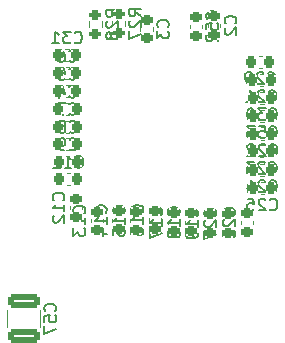
<source format=gbr>
%TF.GenerationSoftware,KiCad,Pcbnew,9.0.4*%
%TF.CreationDate,2025-09-18T12:22:58-07:00*%
%TF.ProjectId,periph_ethernet_switch,70657269-7068-45f6-9574-6865726e6574,rev?*%
%TF.SameCoordinates,Original*%
%TF.FileFunction,Legend,Bot*%
%TF.FilePolarity,Positive*%
%FSLAX46Y46*%
G04 Gerber Fmt 4.6, Leading zero omitted, Abs format (unit mm)*
G04 Created by KiCad (PCBNEW 9.0.4) date 2025-09-18 12:22:58*
%MOMM*%
%LPD*%
G01*
G04 APERTURE LIST*
G04 Aperture macros list*
%AMRoundRect*
0 Rectangle with rounded corners*
0 $1 Rounding radius*
0 $2 $3 $4 $5 $6 $7 $8 $9 X,Y pos of 4 corners*
0 Add a 4 corners polygon primitive as box body*
4,1,4,$2,$3,$4,$5,$6,$7,$8,$9,$2,$3,0*
0 Add four circle primitives for the rounded corners*
1,1,$1+$1,$2,$3*
1,1,$1+$1,$4,$5*
1,1,$1+$1,$6,$7*
1,1,$1+$1,$8,$9*
0 Add four rect primitives between the rounded corners*
20,1,$1+$1,$2,$3,$4,$5,0*
20,1,$1+$1,$4,$5,$6,$7,0*
20,1,$1+$1,$6,$7,$8,$9,0*
20,1,$1+$1,$8,$9,$2,$3,0*%
G04 Aperture macros list end*
%ADD10C,0.150000*%
%ADD11C,0.120000*%
%ADD12C,3.251200*%
%ADD13RoundRect,0.102000X0.762000X0.762000X-0.762000X0.762000X-0.762000X-0.762000X0.762000X-0.762000X0*%
%ADD14C,1.728000*%
%ADD15C,1.918500*%
%ADD16C,2.566200*%
%ADD17R,1.400000X1.400000*%
%ADD18C,1.400000*%
%ADD19R,1.700000X1.700000*%
%ADD20C,1.700000*%
%ADD21C,6.000000*%
%ADD22C,0.610000*%
%ADD23RoundRect,0.225000X0.225000X0.250000X-0.225000X0.250000X-0.225000X-0.250000X0.225000X-0.250000X0*%
%ADD24RoundRect,0.200000X0.275000X-0.200000X0.275000X0.200000X-0.275000X0.200000X-0.275000X-0.200000X0*%
%ADD25RoundRect,0.225000X-0.225000X-0.250000X0.225000X-0.250000X0.225000X0.250000X-0.225000X0.250000X0*%
%ADD26RoundRect,0.225000X-0.250000X0.225000X-0.250000X-0.225000X0.250000X-0.225000X0.250000X0.225000X0*%
%ADD27RoundRect,0.225000X0.250000X-0.225000X0.250000X0.225000X-0.250000X0.225000X-0.250000X-0.225000X0*%
%ADD28RoundRect,0.250000X1.100000X-0.325000X1.100000X0.325000X-1.100000X0.325000X-1.100000X-0.325000X0*%
G04 APERTURE END LIST*
D10*
X151617857Y-88359580D02*
X151665476Y-88407200D01*
X151665476Y-88407200D02*
X151808333Y-88454819D01*
X151808333Y-88454819D02*
X151903571Y-88454819D01*
X151903571Y-88454819D02*
X152046428Y-88407200D01*
X152046428Y-88407200D02*
X152141666Y-88311961D01*
X152141666Y-88311961D02*
X152189285Y-88216723D01*
X152189285Y-88216723D02*
X152236904Y-88026247D01*
X152236904Y-88026247D02*
X152236904Y-87883390D01*
X152236904Y-87883390D02*
X152189285Y-87692914D01*
X152189285Y-87692914D02*
X152141666Y-87597676D01*
X152141666Y-87597676D02*
X152046428Y-87502438D01*
X152046428Y-87502438D02*
X151903571Y-87454819D01*
X151903571Y-87454819D02*
X151808333Y-87454819D01*
X151808333Y-87454819D02*
X151665476Y-87502438D01*
X151665476Y-87502438D02*
X151617857Y-87550057D01*
X151284523Y-87454819D02*
X150665476Y-87454819D01*
X150665476Y-87454819D02*
X150998809Y-87835771D01*
X150998809Y-87835771D02*
X150855952Y-87835771D01*
X150855952Y-87835771D02*
X150760714Y-87883390D01*
X150760714Y-87883390D02*
X150713095Y-87931009D01*
X150713095Y-87931009D02*
X150665476Y-88026247D01*
X150665476Y-88026247D02*
X150665476Y-88264342D01*
X150665476Y-88264342D02*
X150713095Y-88359580D01*
X150713095Y-88359580D02*
X150760714Y-88407200D01*
X150760714Y-88407200D02*
X150855952Y-88454819D01*
X150855952Y-88454819D02*
X151141666Y-88454819D01*
X151141666Y-88454819D02*
X151236904Y-88407200D01*
X151236904Y-88407200D02*
X151284523Y-88359580D01*
X149713095Y-88454819D02*
X150284523Y-88454819D01*
X149998809Y-88454819D02*
X149998809Y-87454819D01*
X149998809Y-87454819D02*
X150094047Y-87597676D01*
X150094047Y-87597676D02*
X150189285Y-87692914D01*
X150189285Y-87692914D02*
X150284523Y-87740533D01*
X155274819Y-86187142D02*
X154798628Y-85853809D01*
X155274819Y-85615714D02*
X154274819Y-85615714D01*
X154274819Y-85615714D02*
X154274819Y-85996666D01*
X154274819Y-85996666D02*
X154322438Y-86091904D01*
X154322438Y-86091904D02*
X154370057Y-86139523D01*
X154370057Y-86139523D02*
X154465295Y-86187142D01*
X154465295Y-86187142D02*
X154608152Y-86187142D01*
X154608152Y-86187142D02*
X154703390Y-86139523D01*
X154703390Y-86139523D02*
X154751009Y-86091904D01*
X154751009Y-86091904D02*
X154798628Y-85996666D01*
X154798628Y-85996666D02*
X154798628Y-85615714D01*
X154370057Y-86568095D02*
X154322438Y-86615714D01*
X154322438Y-86615714D02*
X154274819Y-86710952D01*
X154274819Y-86710952D02*
X154274819Y-86949047D01*
X154274819Y-86949047D02*
X154322438Y-87044285D01*
X154322438Y-87044285D02*
X154370057Y-87091904D01*
X154370057Y-87091904D02*
X154465295Y-87139523D01*
X154465295Y-87139523D02*
X154560533Y-87139523D01*
X154560533Y-87139523D02*
X154703390Y-87091904D01*
X154703390Y-87091904D02*
X155274819Y-86520476D01*
X155274819Y-86520476D02*
X155274819Y-87139523D01*
X154703390Y-87710952D02*
X154655771Y-87615714D01*
X154655771Y-87615714D02*
X154608152Y-87568095D01*
X154608152Y-87568095D02*
X154512914Y-87520476D01*
X154512914Y-87520476D02*
X154465295Y-87520476D01*
X154465295Y-87520476D02*
X154370057Y-87568095D01*
X154370057Y-87568095D02*
X154322438Y-87615714D01*
X154322438Y-87615714D02*
X154274819Y-87710952D01*
X154274819Y-87710952D02*
X154274819Y-87901428D01*
X154274819Y-87901428D02*
X154322438Y-87996666D01*
X154322438Y-87996666D02*
X154370057Y-88044285D01*
X154370057Y-88044285D02*
X154465295Y-88091904D01*
X154465295Y-88091904D02*
X154512914Y-88091904D01*
X154512914Y-88091904D02*
X154608152Y-88044285D01*
X154608152Y-88044285D02*
X154655771Y-87996666D01*
X154655771Y-87996666D02*
X154703390Y-87901428D01*
X154703390Y-87901428D02*
X154703390Y-87710952D01*
X154703390Y-87710952D02*
X154751009Y-87615714D01*
X154751009Y-87615714D02*
X154798628Y-87568095D01*
X154798628Y-87568095D02*
X154893866Y-87520476D01*
X154893866Y-87520476D02*
X155084342Y-87520476D01*
X155084342Y-87520476D02*
X155179580Y-87568095D01*
X155179580Y-87568095D02*
X155227200Y-87615714D01*
X155227200Y-87615714D02*
X155274819Y-87710952D01*
X155274819Y-87710952D02*
X155274819Y-87901428D01*
X155274819Y-87901428D02*
X155227200Y-87996666D01*
X155227200Y-87996666D02*
X155179580Y-88044285D01*
X155179580Y-88044285D02*
X155084342Y-88091904D01*
X155084342Y-88091904D02*
X154893866Y-88091904D01*
X154893866Y-88091904D02*
X154798628Y-88044285D01*
X154798628Y-88044285D02*
X154751009Y-87996666D01*
X154751009Y-87996666D02*
X154703390Y-87901428D01*
X151171666Y-91449580D02*
X151219285Y-91497200D01*
X151219285Y-91497200D02*
X151362142Y-91544819D01*
X151362142Y-91544819D02*
X151457380Y-91544819D01*
X151457380Y-91544819D02*
X151600237Y-91497200D01*
X151600237Y-91497200D02*
X151695475Y-91401961D01*
X151695475Y-91401961D02*
X151743094Y-91306723D01*
X151743094Y-91306723D02*
X151790713Y-91116247D01*
X151790713Y-91116247D02*
X151790713Y-90973390D01*
X151790713Y-90973390D02*
X151743094Y-90782914D01*
X151743094Y-90782914D02*
X151695475Y-90687676D01*
X151695475Y-90687676D02*
X151600237Y-90592438D01*
X151600237Y-90592438D02*
X151457380Y-90544819D01*
X151457380Y-90544819D02*
X151362142Y-90544819D01*
X151362142Y-90544819D02*
X151219285Y-90592438D01*
X151219285Y-90592438D02*
X151171666Y-90640057D01*
X150266904Y-90544819D02*
X150743094Y-90544819D01*
X150743094Y-90544819D02*
X150790713Y-91021009D01*
X150790713Y-91021009D02*
X150743094Y-90973390D01*
X150743094Y-90973390D02*
X150647856Y-90925771D01*
X150647856Y-90925771D02*
X150409761Y-90925771D01*
X150409761Y-90925771D02*
X150314523Y-90973390D01*
X150314523Y-90973390D02*
X150266904Y-91021009D01*
X150266904Y-91021009D02*
X150219285Y-91116247D01*
X150219285Y-91116247D02*
X150219285Y-91354342D01*
X150219285Y-91354342D02*
X150266904Y-91449580D01*
X150266904Y-91449580D02*
X150314523Y-91497200D01*
X150314523Y-91497200D02*
X150409761Y-91544819D01*
X150409761Y-91544819D02*
X150647856Y-91544819D01*
X150647856Y-91544819D02*
X150743094Y-91497200D01*
X150743094Y-91497200D02*
X150790713Y-91449580D01*
X167982857Y-91789580D02*
X168030476Y-91837200D01*
X168030476Y-91837200D02*
X168173333Y-91884819D01*
X168173333Y-91884819D02*
X168268571Y-91884819D01*
X168268571Y-91884819D02*
X168411428Y-91837200D01*
X168411428Y-91837200D02*
X168506666Y-91741961D01*
X168506666Y-91741961D02*
X168554285Y-91646723D01*
X168554285Y-91646723D02*
X168601904Y-91456247D01*
X168601904Y-91456247D02*
X168601904Y-91313390D01*
X168601904Y-91313390D02*
X168554285Y-91122914D01*
X168554285Y-91122914D02*
X168506666Y-91027676D01*
X168506666Y-91027676D02*
X168411428Y-90932438D01*
X168411428Y-90932438D02*
X168268571Y-90884819D01*
X168268571Y-90884819D02*
X168173333Y-90884819D01*
X168173333Y-90884819D02*
X168030476Y-90932438D01*
X168030476Y-90932438D02*
X167982857Y-90980057D01*
X167601904Y-90980057D02*
X167554285Y-90932438D01*
X167554285Y-90932438D02*
X167459047Y-90884819D01*
X167459047Y-90884819D02*
X167220952Y-90884819D01*
X167220952Y-90884819D02*
X167125714Y-90932438D01*
X167125714Y-90932438D02*
X167078095Y-90980057D01*
X167078095Y-90980057D02*
X167030476Y-91075295D01*
X167030476Y-91075295D02*
X167030476Y-91170533D01*
X167030476Y-91170533D02*
X167078095Y-91313390D01*
X167078095Y-91313390D02*
X167649523Y-91884819D01*
X167649523Y-91884819D02*
X167030476Y-91884819D01*
X166554285Y-91884819D02*
X166363809Y-91884819D01*
X166363809Y-91884819D02*
X166268571Y-91837200D01*
X166268571Y-91837200D02*
X166220952Y-91789580D01*
X166220952Y-91789580D02*
X166125714Y-91646723D01*
X166125714Y-91646723D02*
X166078095Y-91456247D01*
X166078095Y-91456247D02*
X166078095Y-91075295D01*
X166078095Y-91075295D02*
X166125714Y-90980057D01*
X166125714Y-90980057D02*
X166173333Y-90932438D01*
X166173333Y-90932438D02*
X166268571Y-90884819D01*
X166268571Y-90884819D02*
X166459047Y-90884819D01*
X166459047Y-90884819D02*
X166554285Y-90932438D01*
X166554285Y-90932438D02*
X166601904Y-90980057D01*
X166601904Y-90980057D02*
X166649523Y-91075295D01*
X166649523Y-91075295D02*
X166649523Y-91313390D01*
X166649523Y-91313390D02*
X166601904Y-91408628D01*
X166601904Y-91408628D02*
X166554285Y-91456247D01*
X166554285Y-91456247D02*
X166459047Y-91503866D01*
X166459047Y-91503866D02*
X166268571Y-91503866D01*
X166268571Y-91503866D02*
X166173333Y-91456247D01*
X166173333Y-91456247D02*
X166125714Y-91408628D01*
X166125714Y-91408628D02*
X166078095Y-91313390D01*
X157224819Y-86137142D02*
X156748628Y-85803809D01*
X157224819Y-85565714D02*
X156224819Y-85565714D01*
X156224819Y-85565714D02*
X156224819Y-85946666D01*
X156224819Y-85946666D02*
X156272438Y-86041904D01*
X156272438Y-86041904D02*
X156320057Y-86089523D01*
X156320057Y-86089523D02*
X156415295Y-86137142D01*
X156415295Y-86137142D02*
X156558152Y-86137142D01*
X156558152Y-86137142D02*
X156653390Y-86089523D01*
X156653390Y-86089523D02*
X156701009Y-86041904D01*
X156701009Y-86041904D02*
X156748628Y-85946666D01*
X156748628Y-85946666D02*
X156748628Y-85565714D01*
X156320057Y-86518095D02*
X156272438Y-86565714D01*
X156272438Y-86565714D02*
X156224819Y-86660952D01*
X156224819Y-86660952D02*
X156224819Y-86899047D01*
X156224819Y-86899047D02*
X156272438Y-86994285D01*
X156272438Y-86994285D02*
X156320057Y-87041904D01*
X156320057Y-87041904D02*
X156415295Y-87089523D01*
X156415295Y-87089523D02*
X156510533Y-87089523D01*
X156510533Y-87089523D02*
X156653390Y-87041904D01*
X156653390Y-87041904D02*
X157224819Y-86470476D01*
X157224819Y-86470476D02*
X157224819Y-87089523D01*
X156224819Y-87422857D02*
X156224819Y-88089523D01*
X156224819Y-88089523D02*
X157224819Y-87660952D01*
X168122857Y-94859580D02*
X168170476Y-94907200D01*
X168170476Y-94907200D02*
X168313333Y-94954819D01*
X168313333Y-94954819D02*
X168408571Y-94954819D01*
X168408571Y-94954819D02*
X168551428Y-94907200D01*
X168551428Y-94907200D02*
X168646666Y-94811961D01*
X168646666Y-94811961D02*
X168694285Y-94716723D01*
X168694285Y-94716723D02*
X168741904Y-94526247D01*
X168741904Y-94526247D02*
X168741904Y-94383390D01*
X168741904Y-94383390D02*
X168694285Y-94192914D01*
X168694285Y-94192914D02*
X168646666Y-94097676D01*
X168646666Y-94097676D02*
X168551428Y-94002438D01*
X168551428Y-94002438D02*
X168408571Y-93954819D01*
X168408571Y-93954819D02*
X168313333Y-93954819D01*
X168313333Y-93954819D02*
X168170476Y-94002438D01*
X168170476Y-94002438D02*
X168122857Y-94050057D01*
X167789523Y-93954819D02*
X167170476Y-93954819D01*
X167170476Y-93954819D02*
X167503809Y-94335771D01*
X167503809Y-94335771D02*
X167360952Y-94335771D01*
X167360952Y-94335771D02*
X167265714Y-94383390D01*
X167265714Y-94383390D02*
X167218095Y-94431009D01*
X167218095Y-94431009D02*
X167170476Y-94526247D01*
X167170476Y-94526247D02*
X167170476Y-94764342D01*
X167170476Y-94764342D02*
X167218095Y-94859580D01*
X167218095Y-94859580D02*
X167265714Y-94907200D01*
X167265714Y-94907200D02*
X167360952Y-94954819D01*
X167360952Y-94954819D02*
X167646666Y-94954819D01*
X167646666Y-94954819D02*
X167741904Y-94907200D01*
X167741904Y-94907200D02*
X167789523Y-94859580D01*
X166551428Y-93954819D02*
X166456190Y-93954819D01*
X166456190Y-93954819D02*
X166360952Y-94002438D01*
X166360952Y-94002438D02*
X166313333Y-94050057D01*
X166313333Y-94050057D02*
X166265714Y-94145295D01*
X166265714Y-94145295D02*
X166218095Y-94335771D01*
X166218095Y-94335771D02*
X166218095Y-94573866D01*
X166218095Y-94573866D02*
X166265714Y-94764342D01*
X166265714Y-94764342D02*
X166313333Y-94859580D01*
X166313333Y-94859580D02*
X166360952Y-94907200D01*
X166360952Y-94907200D02*
X166456190Y-94954819D01*
X166456190Y-94954819D02*
X166551428Y-94954819D01*
X166551428Y-94954819D02*
X166646666Y-94907200D01*
X166646666Y-94907200D02*
X166694285Y-94859580D01*
X166694285Y-94859580D02*
X166741904Y-94764342D01*
X166741904Y-94764342D02*
X166789523Y-94573866D01*
X166789523Y-94573866D02*
X166789523Y-94335771D01*
X166789523Y-94335771D02*
X166741904Y-94145295D01*
X166741904Y-94145295D02*
X166694285Y-94050057D01*
X166694285Y-94050057D02*
X166646666Y-94002438D01*
X166646666Y-94002438D02*
X166551428Y-93954819D01*
X151196666Y-95909580D02*
X151244285Y-95957200D01*
X151244285Y-95957200D02*
X151387142Y-96004819D01*
X151387142Y-96004819D02*
X151482380Y-96004819D01*
X151482380Y-96004819D02*
X151625237Y-95957200D01*
X151625237Y-95957200D02*
X151720475Y-95861961D01*
X151720475Y-95861961D02*
X151768094Y-95766723D01*
X151768094Y-95766723D02*
X151815713Y-95576247D01*
X151815713Y-95576247D02*
X151815713Y-95433390D01*
X151815713Y-95433390D02*
X151768094Y-95242914D01*
X151768094Y-95242914D02*
X151720475Y-95147676D01*
X151720475Y-95147676D02*
X151625237Y-95052438D01*
X151625237Y-95052438D02*
X151482380Y-95004819D01*
X151482380Y-95004819D02*
X151387142Y-95004819D01*
X151387142Y-95004819D02*
X151244285Y-95052438D01*
X151244285Y-95052438D02*
X151196666Y-95100057D01*
X150625237Y-95433390D02*
X150720475Y-95385771D01*
X150720475Y-95385771D02*
X150768094Y-95338152D01*
X150768094Y-95338152D02*
X150815713Y-95242914D01*
X150815713Y-95242914D02*
X150815713Y-95195295D01*
X150815713Y-95195295D02*
X150768094Y-95100057D01*
X150768094Y-95100057D02*
X150720475Y-95052438D01*
X150720475Y-95052438D02*
X150625237Y-95004819D01*
X150625237Y-95004819D02*
X150434761Y-95004819D01*
X150434761Y-95004819D02*
X150339523Y-95052438D01*
X150339523Y-95052438D02*
X150291904Y-95100057D01*
X150291904Y-95100057D02*
X150244285Y-95195295D01*
X150244285Y-95195295D02*
X150244285Y-95242914D01*
X150244285Y-95242914D02*
X150291904Y-95338152D01*
X150291904Y-95338152D02*
X150339523Y-95385771D01*
X150339523Y-95385771D02*
X150434761Y-95433390D01*
X150434761Y-95433390D02*
X150625237Y-95433390D01*
X150625237Y-95433390D02*
X150720475Y-95481009D01*
X150720475Y-95481009D02*
X150768094Y-95528628D01*
X150768094Y-95528628D02*
X150815713Y-95623866D01*
X150815713Y-95623866D02*
X150815713Y-95814342D01*
X150815713Y-95814342D02*
X150768094Y-95909580D01*
X150768094Y-95909580D02*
X150720475Y-95957200D01*
X150720475Y-95957200D02*
X150625237Y-96004819D01*
X150625237Y-96004819D02*
X150434761Y-96004819D01*
X150434761Y-96004819D02*
X150339523Y-95957200D01*
X150339523Y-95957200D02*
X150291904Y-95909580D01*
X150291904Y-95909580D02*
X150244285Y-95814342D01*
X150244285Y-95814342D02*
X150244285Y-95623866D01*
X150244285Y-95623866D02*
X150291904Y-95528628D01*
X150291904Y-95528628D02*
X150339523Y-95481009D01*
X150339523Y-95481009D02*
X150434761Y-95433390D01*
X151176666Y-92939580D02*
X151224285Y-92987200D01*
X151224285Y-92987200D02*
X151367142Y-93034819D01*
X151367142Y-93034819D02*
X151462380Y-93034819D01*
X151462380Y-93034819D02*
X151605237Y-92987200D01*
X151605237Y-92987200D02*
X151700475Y-92891961D01*
X151700475Y-92891961D02*
X151748094Y-92796723D01*
X151748094Y-92796723D02*
X151795713Y-92606247D01*
X151795713Y-92606247D02*
X151795713Y-92463390D01*
X151795713Y-92463390D02*
X151748094Y-92272914D01*
X151748094Y-92272914D02*
X151700475Y-92177676D01*
X151700475Y-92177676D02*
X151605237Y-92082438D01*
X151605237Y-92082438D02*
X151462380Y-92034819D01*
X151462380Y-92034819D02*
X151367142Y-92034819D01*
X151367142Y-92034819D02*
X151224285Y-92082438D01*
X151224285Y-92082438D02*
X151176666Y-92130057D01*
X150319523Y-92368152D02*
X150319523Y-93034819D01*
X150557618Y-91987200D02*
X150795713Y-92701485D01*
X150795713Y-92701485D02*
X150176666Y-92701485D01*
X151732857Y-98879580D02*
X151780476Y-98927200D01*
X151780476Y-98927200D02*
X151923333Y-98974819D01*
X151923333Y-98974819D02*
X152018571Y-98974819D01*
X152018571Y-98974819D02*
X152161428Y-98927200D01*
X152161428Y-98927200D02*
X152256666Y-98831961D01*
X152256666Y-98831961D02*
X152304285Y-98736723D01*
X152304285Y-98736723D02*
X152351904Y-98546247D01*
X152351904Y-98546247D02*
X152351904Y-98403390D01*
X152351904Y-98403390D02*
X152304285Y-98212914D01*
X152304285Y-98212914D02*
X152256666Y-98117676D01*
X152256666Y-98117676D02*
X152161428Y-98022438D01*
X152161428Y-98022438D02*
X152018571Y-97974819D01*
X152018571Y-97974819D02*
X151923333Y-97974819D01*
X151923333Y-97974819D02*
X151780476Y-98022438D01*
X151780476Y-98022438D02*
X151732857Y-98070057D01*
X150780476Y-98974819D02*
X151351904Y-98974819D01*
X151066190Y-98974819D02*
X151066190Y-97974819D01*
X151066190Y-97974819D02*
X151161428Y-98117676D01*
X151161428Y-98117676D02*
X151256666Y-98212914D01*
X151256666Y-98212914D02*
X151351904Y-98260533D01*
X149828095Y-98974819D02*
X150399523Y-98974819D01*
X150113809Y-98974819D02*
X150113809Y-97974819D01*
X150113809Y-97974819D02*
X150209047Y-98117676D01*
X150209047Y-98117676D02*
X150304285Y-98212914D01*
X150304285Y-98212914D02*
X150399523Y-98260533D01*
X165119580Y-102977142D02*
X165167200Y-102929523D01*
X165167200Y-102929523D02*
X165214819Y-102786666D01*
X165214819Y-102786666D02*
X165214819Y-102691428D01*
X165214819Y-102691428D02*
X165167200Y-102548571D01*
X165167200Y-102548571D02*
X165071961Y-102453333D01*
X165071961Y-102453333D02*
X164976723Y-102405714D01*
X164976723Y-102405714D02*
X164786247Y-102358095D01*
X164786247Y-102358095D02*
X164643390Y-102358095D01*
X164643390Y-102358095D02*
X164452914Y-102405714D01*
X164452914Y-102405714D02*
X164357676Y-102453333D01*
X164357676Y-102453333D02*
X164262438Y-102548571D01*
X164262438Y-102548571D02*
X164214819Y-102691428D01*
X164214819Y-102691428D02*
X164214819Y-102786666D01*
X164214819Y-102786666D02*
X164262438Y-102929523D01*
X164262438Y-102929523D02*
X164310057Y-102977142D01*
X164310057Y-103358095D02*
X164262438Y-103405714D01*
X164262438Y-103405714D02*
X164214819Y-103500952D01*
X164214819Y-103500952D02*
X164214819Y-103739047D01*
X164214819Y-103739047D02*
X164262438Y-103834285D01*
X164262438Y-103834285D02*
X164310057Y-103881904D01*
X164310057Y-103881904D02*
X164405295Y-103929523D01*
X164405295Y-103929523D02*
X164500533Y-103929523D01*
X164500533Y-103929523D02*
X164643390Y-103881904D01*
X164643390Y-103881904D02*
X165214819Y-103310476D01*
X165214819Y-103310476D02*
X165214819Y-103929523D01*
X164214819Y-104786666D02*
X164214819Y-104596190D01*
X164214819Y-104596190D02*
X164262438Y-104500952D01*
X164262438Y-104500952D02*
X164310057Y-104453333D01*
X164310057Y-104453333D02*
X164452914Y-104358095D01*
X164452914Y-104358095D02*
X164643390Y-104310476D01*
X164643390Y-104310476D02*
X165024342Y-104310476D01*
X165024342Y-104310476D02*
X165119580Y-104358095D01*
X165119580Y-104358095D02*
X165167200Y-104405714D01*
X165167200Y-104405714D02*
X165214819Y-104500952D01*
X165214819Y-104500952D02*
X165214819Y-104691428D01*
X165214819Y-104691428D02*
X165167200Y-104786666D01*
X165167200Y-104786666D02*
X165119580Y-104834285D01*
X165119580Y-104834285D02*
X165024342Y-104881904D01*
X165024342Y-104881904D02*
X164786247Y-104881904D01*
X164786247Y-104881904D02*
X164691009Y-104834285D01*
X164691009Y-104834285D02*
X164643390Y-104786666D01*
X164643390Y-104786666D02*
X164595771Y-104691428D01*
X164595771Y-104691428D02*
X164595771Y-104500952D01*
X164595771Y-104500952D02*
X164643390Y-104405714D01*
X164643390Y-104405714D02*
X164691009Y-104358095D01*
X164691009Y-104358095D02*
X164786247Y-104310476D01*
X154269580Y-102787142D02*
X154317200Y-102739523D01*
X154317200Y-102739523D02*
X154364819Y-102596666D01*
X154364819Y-102596666D02*
X154364819Y-102501428D01*
X154364819Y-102501428D02*
X154317200Y-102358571D01*
X154317200Y-102358571D02*
X154221961Y-102263333D01*
X154221961Y-102263333D02*
X154126723Y-102215714D01*
X154126723Y-102215714D02*
X153936247Y-102168095D01*
X153936247Y-102168095D02*
X153793390Y-102168095D01*
X153793390Y-102168095D02*
X153602914Y-102215714D01*
X153602914Y-102215714D02*
X153507676Y-102263333D01*
X153507676Y-102263333D02*
X153412438Y-102358571D01*
X153412438Y-102358571D02*
X153364819Y-102501428D01*
X153364819Y-102501428D02*
X153364819Y-102596666D01*
X153364819Y-102596666D02*
X153412438Y-102739523D01*
X153412438Y-102739523D02*
X153460057Y-102787142D01*
X154364819Y-103739523D02*
X154364819Y-103168095D01*
X154364819Y-103453809D02*
X153364819Y-103453809D01*
X153364819Y-103453809D02*
X153507676Y-103358571D01*
X153507676Y-103358571D02*
X153602914Y-103263333D01*
X153602914Y-103263333D02*
X153650533Y-103168095D01*
X153698152Y-104596666D02*
X154364819Y-104596666D01*
X153317200Y-104358571D02*
X154031485Y-104120476D01*
X154031485Y-104120476D02*
X154031485Y-104739523D01*
X168142857Y-96349580D02*
X168190476Y-96397200D01*
X168190476Y-96397200D02*
X168333333Y-96444819D01*
X168333333Y-96444819D02*
X168428571Y-96444819D01*
X168428571Y-96444819D02*
X168571428Y-96397200D01*
X168571428Y-96397200D02*
X168666666Y-96301961D01*
X168666666Y-96301961D02*
X168714285Y-96206723D01*
X168714285Y-96206723D02*
X168761904Y-96016247D01*
X168761904Y-96016247D02*
X168761904Y-95873390D01*
X168761904Y-95873390D02*
X168714285Y-95682914D01*
X168714285Y-95682914D02*
X168666666Y-95587676D01*
X168666666Y-95587676D02*
X168571428Y-95492438D01*
X168571428Y-95492438D02*
X168428571Y-95444819D01*
X168428571Y-95444819D02*
X168333333Y-95444819D01*
X168333333Y-95444819D02*
X168190476Y-95492438D01*
X168190476Y-95492438D02*
X168142857Y-95540057D01*
X167238095Y-95444819D02*
X167714285Y-95444819D01*
X167714285Y-95444819D02*
X167761904Y-95921009D01*
X167761904Y-95921009D02*
X167714285Y-95873390D01*
X167714285Y-95873390D02*
X167619047Y-95825771D01*
X167619047Y-95825771D02*
X167380952Y-95825771D01*
X167380952Y-95825771D02*
X167285714Y-95873390D01*
X167285714Y-95873390D02*
X167238095Y-95921009D01*
X167238095Y-95921009D02*
X167190476Y-96016247D01*
X167190476Y-96016247D02*
X167190476Y-96254342D01*
X167190476Y-96254342D02*
X167238095Y-96349580D01*
X167238095Y-96349580D02*
X167285714Y-96397200D01*
X167285714Y-96397200D02*
X167380952Y-96444819D01*
X167380952Y-96444819D02*
X167619047Y-96444819D01*
X167619047Y-96444819D02*
X167714285Y-96397200D01*
X167714285Y-96397200D02*
X167761904Y-96349580D01*
X166857142Y-95444819D02*
X166238095Y-95444819D01*
X166238095Y-95444819D02*
X166571428Y-95825771D01*
X166571428Y-95825771D02*
X166428571Y-95825771D01*
X166428571Y-95825771D02*
X166333333Y-95873390D01*
X166333333Y-95873390D02*
X166285714Y-95921009D01*
X166285714Y-95921009D02*
X166238095Y-96016247D01*
X166238095Y-96016247D02*
X166238095Y-96254342D01*
X166238095Y-96254342D02*
X166285714Y-96349580D01*
X166285714Y-96349580D02*
X166333333Y-96397200D01*
X166333333Y-96397200D02*
X166428571Y-96444819D01*
X166428571Y-96444819D02*
X166714285Y-96444819D01*
X166714285Y-96444819D02*
X166809523Y-96397200D01*
X166809523Y-96397200D02*
X166857142Y-96349580D01*
X161979580Y-103057142D02*
X162027200Y-103009523D01*
X162027200Y-103009523D02*
X162074819Y-102866666D01*
X162074819Y-102866666D02*
X162074819Y-102771428D01*
X162074819Y-102771428D02*
X162027200Y-102628571D01*
X162027200Y-102628571D02*
X161931961Y-102533333D01*
X161931961Y-102533333D02*
X161836723Y-102485714D01*
X161836723Y-102485714D02*
X161646247Y-102438095D01*
X161646247Y-102438095D02*
X161503390Y-102438095D01*
X161503390Y-102438095D02*
X161312914Y-102485714D01*
X161312914Y-102485714D02*
X161217676Y-102533333D01*
X161217676Y-102533333D02*
X161122438Y-102628571D01*
X161122438Y-102628571D02*
X161074819Y-102771428D01*
X161074819Y-102771428D02*
X161074819Y-102866666D01*
X161074819Y-102866666D02*
X161122438Y-103009523D01*
X161122438Y-103009523D02*
X161170057Y-103057142D01*
X162074819Y-104009523D02*
X162074819Y-103438095D01*
X162074819Y-103723809D02*
X161074819Y-103723809D01*
X161074819Y-103723809D02*
X161217676Y-103628571D01*
X161217676Y-103628571D02*
X161312914Y-103533333D01*
X161312914Y-103533333D02*
X161360533Y-103438095D01*
X162074819Y-104485714D02*
X162074819Y-104676190D01*
X162074819Y-104676190D02*
X162027200Y-104771428D01*
X162027200Y-104771428D02*
X161979580Y-104819047D01*
X161979580Y-104819047D02*
X161836723Y-104914285D01*
X161836723Y-104914285D02*
X161646247Y-104961904D01*
X161646247Y-104961904D02*
X161265295Y-104961904D01*
X161265295Y-104961904D02*
X161170057Y-104914285D01*
X161170057Y-104914285D02*
X161122438Y-104866666D01*
X161122438Y-104866666D02*
X161074819Y-104771428D01*
X161074819Y-104771428D02*
X161074819Y-104580952D01*
X161074819Y-104580952D02*
X161122438Y-104485714D01*
X161122438Y-104485714D02*
X161170057Y-104438095D01*
X161170057Y-104438095D02*
X161265295Y-104390476D01*
X161265295Y-104390476D02*
X161503390Y-104390476D01*
X161503390Y-104390476D02*
X161598628Y-104438095D01*
X161598628Y-104438095D02*
X161646247Y-104485714D01*
X161646247Y-104485714D02*
X161693866Y-104580952D01*
X161693866Y-104580952D02*
X161693866Y-104771428D01*
X161693866Y-104771428D02*
X161646247Y-104866666D01*
X161646247Y-104866666D02*
X161598628Y-104914285D01*
X161598628Y-104914285D02*
X161503390Y-104961904D01*
X163519580Y-103057142D02*
X163567200Y-103009523D01*
X163567200Y-103009523D02*
X163614819Y-102866666D01*
X163614819Y-102866666D02*
X163614819Y-102771428D01*
X163614819Y-102771428D02*
X163567200Y-102628571D01*
X163567200Y-102628571D02*
X163471961Y-102533333D01*
X163471961Y-102533333D02*
X163376723Y-102485714D01*
X163376723Y-102485714D02*
X163186247Y-102438095D01*
X163186247Y-102438095D02*
X163043390Y-102438095D01*
X163043390Y-102438095D02*
X162852914Y-102485714D01*
X162852914Y-102485714D02*
X162757676Y-102533333D01*
X162757676Y-102533333D02*
X162662438Y-102628571D01*
X162662438Y-102628571D02*
X162614819Y-102771428D01*
X162614819Y-102771428D02*
X162614819Y-102866666D01*
X162614819Y-102866666D02*
X162662438Y-103009523D01*
X162662438Y-103009523D02*
X162710057Y-103057142D01*
X162710057Y-103438095D02*
X162662438Y-103485714D01*
X162662438Y-103485714D02*
X162614819Y-103580952D01*
X162614819Y-103580952D02*
X162614819Y-103819047D01*
X162614819Y-103819047D02*
X162662438Y-103914285D01*
X162662438Y-103914285D02*
X162710057Y-103961904D01*
X162710057Y-103961904D02*
X162805295Y-104009523D01*
X162805295Y-104009523D02*
X162900533Y-104009523D01*
X162900533Y-104009523D02*
X163043390Y-103961904D01*
X163043390Y-103961904D02*
X163614819Y-103390476D01*
X163614819Y-103390476D02*
X163614819Y-104009523D01*
X162614819Y-104342857D02*
X162614819Y-105009523D01*
X162614819Y-105009523D02*
X163614819Y-104580952D01*
X168147857Y-102499580D02*
X168195476Y-102547200D01*
X168195476Y-102547200D02*
X168338333Y-102594819D01*
X168338333Y-102594819D02*
X168433571Y-102594819D01*
X168433571Y-102594819D02*
X168576428Y-102547200D01*
X168576428Y-102547200D02*
X168671666Y-102451961D01*
X168671666Y-102451961D02*
X168719285Y-102356723D01*
X168719285Y-102356723D02*
X168766904Y-102166247D01*
X168766904Y-102166247D02*
X168766904Y-102023390D01*
X168766904Y-102023390D02*
X168719285Y-101832914D01*
X168719285Y-101832914D02*
X168671666Y-101737676D01*
X168671666Y-101737676D02*
X168576428Y-101642438D01*
X168576428Y-101642438D02*
X168433571Y-101594819D01*
X168433571Y-101594819D02*
X168338333Y-101594819D01*
X168338333Y-101594819D02*
X168195476Y-101642438D01*
X168195476Y-101642438D02*
X168147857Y-101690057D01*
X167766904Y-101690057D02*
X167719285Y-101642438D01*
X167719285Y-101642438D02*
X167624047Y-101594819D01*
X167624047Y-101594819D02*
X167385952Y-101594819D01*
X167385952Y-101594819D02*
X167290714Y-101642438D01*
X167290714Y-101642438D02*
X167243095Y-101690057D01*
X167243095Y-101690057D02*
X167195476Y-101785295D01*
X167195476Y-101785295D02*
X167195476Y-101880533D01*
X167195476Y-101880533D02*
X167243095Y-102023390D01*
X167243095Y-102023390D02*
X167814523Y-102594819D01*
X167814523Y-102594819D02*
X167195476Y-102594819D01*
X166290714Y-101594819D02*
X166766904Y-101594819D01*
X166766904Y-101594819D02*
X166814523Y-102071009D01*
X166814523Y-102071009D02*
X166766904Y-102023390D01*
X166766904Y-102023390D02*
X166671666Y-101975771D01*
X166671666Y-101975771D02*
X166433571Y-101975771D01*
X166433571Y-101975771D02*
X166338333Y-102023390D01*
X166338333Y-102023390D02*
X166290714Y-102071009D01*
X166290714Y-102071009D02*
X166243095Y-102166247D01*
X166243095Y-102166247D02*
X166243095Y-102404342D01*
X166243095Y-102404342D02*
X166290714Y-102499580D01*
X166290714Y-102499580D02*
X166338333Y-102547200D01*
X166338333Y-102547200D02*
X166433571Y-102594819D01*
X166433571Y-102594819D02*
X166671666Y-102594819D01*
X166671666Y-102594819D02*
X166766904Y-102547200D01*
X166766904Y-102547200D02*
X166814523Y-102499580D01*
X157339580Y-102757142D02*
X157387200Y-102709523D01*
X157387200Y-102709523D02*
X157434819Y-102566666D01*
X157434819Y-102566666D02*
X157434819Y-102471428D01*
X157434819Y-102471428D02*
X157387200Y-102328571D01*
X157387200Y-102328571D02*
X157291961Y-102233333D01*
X157291961Y-102233333D02*
X157196723Y-102185714D01*
X157196723Y-102185714D02*
X157006247Y-102138095D01*
X157006247Y-102138095D02*
X156863390Y-102138095D01*
X156863390Y-102138095D02*
X156672914Y-102185714D01*
X156672914Y-102185714D02*
X156577676Y-102233333D01*
X156577676Y-102233333D02*
X156482438Y-102328571D01*
X156482438Y-102328571D02*
X156434819Y-102471428D01*
X156434819Y-102471428D02*
X156434819Y-102566666D01*
X156434819Y-102566666D02*
X156482438Y-102709523D01*
X156482438Y-102709523D02*
X156530057Y-102757142D01*
X157434819Y-103709523D02*
X157434819Y-103138095D01*
X157434819Y-103423809D02*
X156434819Y-103423809D01*
X156434819Y-103423809D02*
X156577676Y-103328571D01*
X156577676Y-103328571D02*
X156672914Y-103233333D01*
X156672914Y-103233333D02*
X156720533Y-103138095D01*
X156434819Y-104566666D02*
X156434819Y-104376190D01*
X156434819Y-104376190D02*
X156482438Y-104280952D01*
X156482438Y-104280952D02*
X156530057Y-104233333D01*
X156530057Y-104233333D02*
X156672914Y-104138095D01*
X156672914Y-104138095D02*
X156863390Y-104090476D01*
X156863390Y-104090476D02*
X157244342Y-104090476D01*
X157244342Y-104090476D02*
X157339580Y-104138095D01*
X157339580Y-104138095D02*
X157387200Y-104185714D01*
X157387200Y-104185714D02*
X157434819Y-104280952D01*
X157434819Y-104280952D02*
X157434819Y-104471428D01*
X157434819Y-104471428D02*
X157387200Y-104566666D01*
X157387200Y-104566666D02*
X157339580Y-104614285D01*
X157339580Y-104614285D02*
X157244342Y-104661904D01*
X157244342Y-104661904D02*
X157006247Y-104661904D01*
X157006247Y-104661904D02*
X156911009Y-104614285D01*
X156911009Y-104614285D02*
X156863390Y-104566666D01*
X156863390Y-104566666D02*
X156815771Y-104471428D01*
X156815771Y-104471428D02*
X156815771Y-104280952D01*
X156815771Y-104280952D02*
X156863390Y-104185714D01*
X156863390Y-104185714D02*
X156911009Y-104138095D01*
X156911009Y-104138095D02*
X157006247Y-104090476D01*
X168077857Y-93339580D02*
X168125476Y-93387200D01*
X168125476Y-93387200D02*
X168268333Y-93434819D01*
X168268333Y-93434819D02*
X168363571Y-93434819D01*
X168363571Y-93434819D02*
X168506428Y-93387200D01*
X168506428Y-93387200D02*
X168601666Y-93291961D01*
X168601666Y-93291961D02*
X168649285Y-93196723D01*
X168649285Y-93196723D02*
X168696904Y-93006247D01*
X168696904Y-93006247D02*
X168696904Y-92863390D01*
X168696904Y-92863390D02*
X168649285Y-92672914D01*
X168649285Y-92672914D02*
X168601666Y-92577676D01*
X168601666Y-92577676D02*
X168506428Y-92482438D01*
X168506428Y-92482438D02*
X168363571Y-92434819D01*
X168363571Y-92434819D02*
X168268333Y-92434819D01*
X168268333Y-92434819D02*
X168125476Y-92482438D01*
X168125476Y-92482438D02*
X168077857Y-92530057D01*
X167696904Y-92530057D02*
X167649285Y-92482438D01*
X167649285Y-92482438D02*
X167554047Y-92434819D01*
X167554047Y-92434819D02*
X167315952Y-92434819D01*
X167315952Y-92434819D02*
X167220714Y-92482438D01*
X167220714Y-92482438D02*
X167173095Y-92530057D01*
X167173095Y-92530057D02*
X167125476Y-92625295D01*
X167125476Y-92625295D02*
X167125476Y-92720533D01*
X167125476Y-92720533D02*
X167173095Y-92863390D01*
X167173095Y-92863390D02*
X167744523Y-93434819D01*
X167744523Y-93434819D02*
X167125476Y-93434819D01*
X166173095Y-93434819D02*
X166744523Y-93434819D01*
X166458809Y-93434819D02*
X166458809Y-92434819D01*
X166458809Y-92434819D02*
X166554047Y-92577676D01*
X166554047Y-92577676D02*
X166649285Y-92672914D01*
X166649285Y-92672914D02*
X166744523Y-92720533D01*
X150659580Y-101717142D02*
X150707200Y-101669523D01*
X150707200Y-101669523D02*
X150754819Y-101526666D01*
X150754819Y-101526666D02*
X150754819Y-101431428D01*
X150754819Y-101431428D02*
X150707200Y-101288571D01*
X150707200Y-101288571D02*
X150611961Y-101193333D01*
X150611961Y-101193333D02*
X150516723Y-101145714D01*
X150516723Y-101145714D02*
X150326247Y-101098095D01*
X150326247Y-101098095D02*
X150183390Y-101098095D01*
X150183390Y-101098095D02*
X149992914Y-101145714D01*
X149992914Y-101145714D02*
X149897676Y-101193333D01*
X149897676Y-101193333D02*
X149802438Y-101288571D01*
X149802438Y-101288571D02*
X149754819Y-101431428D01*
X149754819Y-101431428D02*
X149754819Y-101526666D01*
X149754819Y-101526666D02*
X149802438Y-101669523D01*
X149802438Y-101669523D02*
X149850057Y-101717142D01*
X150754819Y-102669523D02*
X150754819Y-102098095D01*
X150754819Y-102383809D02*
X149754819Y-102383809D01*
X149754819Y-102383809D02*
X149897676Y-102288571D01*
X149897676Y-102288571D02*
X149992914Y-102193333D01*
X149992914Y-102193333D02*
X150040533Y-102098095D01*
X149850057Y-103050476D02*
X149802438Y-103098095D01*
X149802438Y-103098095D02*
X149754819Y-103193333D01*
X149754819Y-103193333D02*
X149754819Y-103431428D01*
X149754819Y-103431428D02*
X149802438Y-103526666D01*
X149802438Y-103526666D02*
X149850057Y-103574285D01*
X149850057Y-103574285D02*
X149945295Y-103621904D01*
X149945295Y-103621904D02*
X150040533Y-103621904D01*
X150040533Y-103621904D02*
X150183390Y-103574285D01*
X150183390Y-103574285D02*
X150754819Y-103002857D01*
X150754819Y-103002857D02*
X150754819Y-103621904D01*
X163679580Y-86367142D02*
X163727200Y-86319523D01*
X163727200Y-86319523D02*
X163774819Y-86176666D01*
X163774819Y-86176666D02*
X163774819Y-86081428D01*
X163774819Y-86081428D02*
X163727200Y-85938571D01*
X163727200Y-85938571D02*
X163631961Y-85843333D01*
X163631961Y-85843333D02*
X163536723Y-85795714D01*
X163536723Y-85795714D02*
X163346247Y-85748095D01*
X163346247Y-85748095D02*
X163203390Y-85748095D01*
X163203390Y-85748095D02*
X163012914Y-85795714D01*
X163012914Y-85795714D02*
X162917676Y-85843333D01*
X162917676Y-85843333D02*
X162822438Y-85938571D01*
X162822438Y-85938571D02*
X162774819Y-86081428D01*
X162774819Y-86081428D02*
X162774819Y-86176666D01*
X162774819Y-86176666D02*
X162822438Y-86319523D01*
X162822438Y-86319523D02*
X162870057Y-86367142D01*
X162774819Y-87271904D02*
X162774819Y-86795714D01*
X162774819Y-86795714D02*
X163251009Y-86748095D01*
X163251009Y-86748095D02*
X163203390Y-86795714D01*
X163203390Y-86795714D02*
X163155771Y-86890952D01*
X163155771Y-86890952D02*
X163155771Y-87129047D01*
X163155771Y-87129047D02*
X163203390Y-87224285D01*
X163203390Y-87224285D02*
X163251009Y-87271904D01*
X163251009Y-87271904D02*
X163346247Y-87319523D01*
X163346247Y-87319523D02*
X163584342Y-87319523D01*
X163584342Y-87319523D02*
X163679580Y-87271904D01*
X163679580Y-87271904D02*
X163727200Y-87224285D01*
X163727200Y-87224285D02*
X163774819Y-87129047D01*
X163774819Y-87129047D02*
X163774819Y-86890952D01*
X163774819Y-86890952D02*
X163727200Y-86795714D01*
X163727200Y-86795714D02*
X163679580Y-86748095D01*
X162870057Y-87700476D02*
X162822438Y-87748095D01*
X162822438Y-87748095D02*
X162774819Y-87843333D01*
X162774819Y-87843333D02*
X162774819Y-88081428D01*
X162774819Y-88081428D02*
X162822438Y-88176666D01*
X162822438Y-88176666D02*
X162870057Y-88224285D01*
X162870057Y-88224285D02*
X162965295Y-88271904D01*
X162965295Y-88271904D02*
X163060533Y-88271904D01*
X163060533Y-88271904D02*
X163203390Y-88224285D01*
X163203390Y-88224285D02*
X163774819Y-87652857D01*
X163774819Y-87652857D02*
X163774819Y-88271904D01*
X160419580Y-102947142D02*
X160467200Y-102899523D01*
X160467200Y-102899523D02*
X160514819Y-102756666D01*
X160514819Y-102756666D02*
X160514819Y-102661428D01*
X160514819Y-102661428D02*
X160467200Y-102518571D01*
X160467200Y-102518571D02*
X160371961Y-102423333D01*
X160371961Y-102423333D02*
X160276723Y-102375714D01*
X160276723Y-102375714D02*
X160086247Y-102328095D01*
X160086247Y-102328095D02*
X159943390Y-102328095D01*
X159943390Y-102328095D02*
X159752914Y-102375714D01*
X159752914Y-102375714D02*
X159657676Y-102423333D01*
X159657676Y-102423333D02*
X159562438Y-102518571D01*
X159562438Y-102518571D02*
X159514819Y-102661428D01*
X159514819Y-102661428D02*
X159514819Y-102756666D01*
X159514819Y-102756666D02*
X159562438Y-102899523D01*
X159562438Y-102899523D02*
X159610057Y-102947142D01*
X160514819Y-103899523D02*
X160514819Y-103328095D01*
X160514819Y-103613809D02*
X159514819Y-103613809D01*
X159514819Y-103613809D02*
X159657676Y-103518571D01*
X159657676Y-103518571D02*
X159752914Y-103423333D01*
X159752914Y-103423333D02*
X159800533Y-103328095D01*
X159943390Y-104470952D02*
X159895771Y-104375714D01*
X159895771Y-104375714D02*
X159848152Y-104328095D01*
X159848152Y-104328095D02*
X159752914Y-104280476D01*
X159752914Y-104280476D02*
X159705295Y-104280476D01*
X159705295Y-104280476D02*
X159610057Y-104328095D01*
X159610057Y-104328095D02*
X159562438Y-104375714D01*
X159562438Y-104375714D02*
X159514819Y-104470952D01*
X159514819Y-104470952D02*
X159514819Y-104661428D01*
X159514819Y-104661428D02*
X159562438Y-104756666D01*
X159562438Y-104756666D02*
X159610057Y-104804285D01*
X159610057Y-104804285D02*
X159705295Y-104851904D01*
X159705295Y-104851904D02*
X159752914Y-104851904D01*
X159752914Y-104851904D02*
X159848152Y-104804285D01*
X159848152Y-104804285D02*
X159895771Y-104756666D01*
X159895771Y-104756666D02*
X159943390Y-104661428D01*
X159943390Y-104661428D02*
X159943390Y-104470952D01*
X159943390Y-104470952D02*
X159991009Y-104375714D01*
X159991009Y-104375714D02*
X160038628Y-104328095D01*
X160038628Y-104328095D02*
X160133866Y-104280476D01*
X160133866Y-104280476D02*
X160324342Y-104280476D01*
X160324342Y-104280476D02*
X160419580Y-104328095D01*
X160419580Y-104328095D02*
X160467200Y-104375714D01*
X160467200Y-104375714D02*
X160514819Y-104470952D01*
X160514819Y-104470952D02*
X160514819Y-104661428D01*
X160514819Y-104661428D02*
X160467200Y-104756666D01*
X160467200Y-104756666D02*
X160419580Y-104804285D01*
X160419580Y-104804285D02*
X160324342Y-104851904D01*
X160324342Y-104851904D02*
X160133866Y-104851904D01*
X160133866Y-104851904D02*
X160038628Y-104804285D01*
X160038628Y-104804285D02*
X159991009Y-104756666D01*
X159991009Y-104756666D02*
X159943390Y-104661428D01*
X151186666Y-94419580D02*
X151234285Y-94467200D01*
X151234285Y-94467200D02*
X151377142Y-94514819D01*
X151377142Y-94514819D02*
X151472380Y-94514819D01*
X151472380Y-94514819D02*
X151615237Y-94467200D01*
X151615237Y-94467200D02*
X151710475Y-94371961D01*
X151710475Y-94371961D02*
X151758094Y-94276723D01*
X151758094Y-94276723D02*
X151805713Y-94086247D01*
X151805713Y-94086247D02*
X151805713Y-93943390D01*
X151805713Y-93943390D02*
X151758094Y-93752914D01*
X151758094Y-93752914D02*
X151710475Y-93657676D01*
X151710475Y-93657676D02*
X151615237Y-93562438D01*
X151615237Y-93562438D02*
X151472380Y-93514819D01*
X151472380Y-93514819D02*
X151377142Y-93514819D01*
X151377142Y-93514819D02*
X151234285Y-93562438D01*
X151234285Y-93562438D02*
X151186666Y-93610057D01*
X150853332Y-93514819D02*
X150186666Y-93514819D01*
X150186666Y-93514819D02*
X150615237Y-94514819D01*
X165219580Y-86763333D02*
X165267200Y-86715714D01*
X165267200Y-86715714D02*
X165314819Y-86572857D01*
X165314819Y-86572857D02*
X165314819Y-86477619D01*
X165314819Y-86477619D02*
X165267200Y-86334762D01*
X165267200Y-86334762D02*
X165171961Y-86239524D01*
X165171961Y-86239524D02*
X165076723Y-86191905D01*
X165076723Y-86191905D02*
X164886247Y-86144286D01*
X164886247Y-86144286D02*
X164743390Y-86144286D01*
X164743390Y-86144286D02*
X164552914Y-86191905D01*
X164552914Y-86191905D02*
X164457676Y-86239524D01*
X164457676Y-86239524D02*
X164362438Y-86334762D01*
X164362438Y-86334762D02*
X164314819Y-86477619D01*
X164314819Y-86477619D02*
X164314819Y-86572857D01*
X164314819Y-86572857D02*
X164362438Y-86715714D01*
X164362438Y-86715714D02*
X164410057Y-86763333D01*
X164410057Y-87144286D02*
X164362438Y-87191905D01*
X164362438Y-87191905D02*
X164314819Y-87287143D01*
X164314819Y-87287143D02*
X164314819Y-87525238D01*
X164314819Y-87525238D02*
X164362438Y-87620476D01*
X164362438Y-87620476D02*
X164410057Y-87668095D01*
X164410057Y-87668095D02*
X164505295Y-87715714D01*
X164505295Y-87715714D02*
X164600533Y-87715714D01*
X164600533Y-87715714D02*
X164743390Y-87668095D01*
X164743390Y-87668095D02*
X165314819Y-87096667D01*
X165314819Y-87096667D02*
X165314819Y-87715714D01*
X151161666Y-89919580D02*
X151209285Y-89967200D01*
X151209285Y-89967200D02*
X151352142Y-90014819D01*
X151352142Y-90014819D02*
X151447380Y-90014819D01*
X151447380Y-90014819D02*
X151590237Y-89967200D01*
X151590237Y-89967200D02*
X151685475Y-89871961D01*
X151685475Y-89871961D02*
X151733094Y-89776723D01*
X151733094Y-89776723D02*
X151780713Y-89586247D01*
X151780713Y-89586247D02*
X151780713Y-89443390D01*
X151780713Y-89443390D02*
X151733094Y-89252914D01*
X151733094Y-89252914D02*
X151685475Y-89157676D01*
X151685475Y-89157676D02*
X151590237Y-89062438D01*
X151590237Y-89062438D02*
X151447380Y-89014819D01*
X151447380Y-89014819D02*
X151352142Y-89014819D01*
X151352142Y-89014819D02*
X151209285Y-89062438D01*
X151209285Y-89062438D02*
X151161666Y-89110057D01*
X150304523Y-89014819D02*
X150494999Y-89014819D01*
X150494999Y-89014819D02*
X150590237Y-89062438D01*
X150590237Y-89062438D02*
X150637856Y-89110057D01*
X150637856Y-89110057D02*
X150733094Y-89252914D01*
X150733094Y-89252914D02*
X150780713Y-89443390D01*
X150780713Y-89443390D02*
X150780713Y-89824342D01*
X150780713Y-89824342D02*
X150733094Y-89919580D01*
X150733094Y-89919580D02*
X150685475Y-89967200D01*
X150685475Y-89967200D02*
X150590237Y-90014819D01*
X150590237Y-90014819D02*
X150399761Y-90014819D01*
X150399761Y-90014819D02*
X150304523Y-89967200D01*
X150304523Y-89967200D02*
X150256904Y-89919580D01*
X150256904Y-89919580D02*
X150209285Y-89824342D01*
X150209285Y-89824342D02*
X150209285Y-89586247D01*
X150209285Y-89586247D02*
X150256904Y-89491009D01*
X150256904Y-89491009D02*
X150304523Y-89443390D01*
X150304523Y-89443390D02*
X150399761Y-89395771D01*
X150399761Y-89395771D02*
X150590237Y-89395771D01*
X150590237Y-89395771D02*
X150685475Y-89443390D01*
X150685475Y-89443390D02*
X150733094Y-89491009D01*
X150733094Y-89491009D02*
X150780713Y-89586247D01*
X151206666Y-97399580D02*
X151254285Y-97447200D01*
X151254285Y-97447200D02*
X151397142Y-97494819D01*
X151397142Y-97494819D02*
X151492380Y-97494819D01*
X151492380Y-97494819D02*
X151635237Y-97447200D01*
X151635237Y-97447200D02*
X151730475Y-97351961D01*
X151730475Y-97351961D02*
X151778094Y-97256723D01*
X151778094Y-97256723D02*
X151825713Y-97066247D01*
X151825713Y-97066247D02*
X151825713Y-96923390D01*
X151825713Y-96923390D02*
X151778094Y-96732914D01*
X151778094Y-96732914D02*
X151730475Y-96637676D01*
X151730475Y-96637676D02*
X151635237Y-96542438D01*
X151635237Y-96542438D02*
X151492380Y-96494819D01*
X151492380Y-96494819D02*
X151397142Y-96494819D01*
X151397142Y-96494819D02*
X151254285Y-96542438D01*
X151254285Y-96542438D02*
X151206666Y-96590057D01*
X150730475Y-97494819D02*
X150539999Y-97494819D01*
X150539999Y-97494819D02*
X150444761Y-97447200D01*
X150444761Y-97447200D02*
X150397142Y-97399580D01*
X150397142Y-97399580D02*
X150301904Y-97256723D01*
X150301904Y-97256723D02*
X150254285Y-97066247D01*
X150254285Y-97066247D02*
X150254285Y-96685295D01*
X150254285Y-96685295D02*
X150301904Y-96590057D01*
X150301904Y-96590057D02*
X150349523Y-96542438D01*
X150349523Y-96542438D02*
X150444761Y-96494819D01*
X150444761Y-96494819D02*
X150635237Y-96494819D01*
X150635237Y-96494819D02*
X150730475Y-96542438D01*
X150730475Y-96542438D02*
X150778094Y-96590057D01*
X150778094Y-96590057D02*
X150825713Y-96685295D01*
X150825713Y-96685295D02*
X150825713Y-96923390D01*
X150825713Y-96923390D02*
X150778094Y-97018628D01*
X150778094Y-97018628D02*
X150730475Y-97066247D01*
X150730475Y-97066247D02*
X150635237Y-97113866D01*
X150635237Y-97113866D02*
X150444761Y-97113866D01*
X150444761Y-97113866D02*
X150349523Y-97066247D01*
X150349523Y-97066247D02*
X150301904Y-97018628D01*
X150301904Y-97018628D02*
X150254285Y-96923390D01*
X159499580Y-87073333D02*
X159547200Y-87025714D01*
X159547200Y-87025714D02*
X159594819Y-86882857D01*
X159594819Y-86882857D02*
X159594819Y-86787619D01*
X159594819Y-86787619D02*
X159547200Y-86644762D01*
X159547200Y-86644762D02*
X159451961Y-86549524D01*
X159451961Y-86549524D02*
X159356723Y-86501905D01*
X159356723Y-86501905D02*
X159166247Y-86454286D01*
X159166247Y-86454286D02*
X159023390Y-86454286D01*
X159023390Y-86454286D02*
X158832914Y-86501905D01*
X158832914Y-86501905D02*
X158737676Y-86549524D01*
X158737676Y-86549524D02*
X158642438Y-86644762D01*
X158642438Y-86644762D02*
X158594819Y-86787619D01*
X158594819Y-86787619D02*
X158594819Y-86882857D01*
X158594819Y-86882857D02*
X158642438Y-87025714D01*
X158642438Y-87025714D02*
X158690057Y-87073333D01*
X158594819Y-87406667D02*
X158594819Y-88025714D01*
X158594819Y-88025714D02*
X158975771Y-87692381D01*
X158975771Y-87692381D02*
X158975771Y-87835238D01*
X158975771Y-87835238D02*
X159023390Y-87930476D01*
X159023390Y-87930476D02*
X159071009Y-87978095D01*
X159071009Y-87978095D02*
X159166247Y-88025714D01*
X159166247Y-88025714D02*
X159404342Y-88025714D01*
X159404342Y-88025714D02*
X159499580Y-87978095D01*
X159499580Y-87978095D02*
X159547200Y-87930476D01*
X159547200Y-87930476D02*
X159594819Y-87835238D01*
X159594819Y-87835238D02*
X159594819Y-87549524D01*
X159594819Y-87549524D02*
X159547200Y-87454286D01*
X159547200Y-87454286D02*
X159499580Y-87406667D01*
X168102857Y-99389580D02*
X168150476Y-99437200D01*
X168150476Y-99437200D02*
X168293333Y-99484819D01*
X168293333Y-99484819D02*
X168388571Y-99484819D01*
X168388571Y-99484819D02*
X168531428Y-99437200D01*
X168531428Y-99437200D02*
X168626666Y-99341961D01*
X168626666Y-99341961D02*
X168674285Y-99246723D01*
X168674285Y-99246723D02*
X168721904Y-99056247D01*
X168721904Y-99056247D02*
X168721904Y-98913390D01*
X168721904Y-98913390D02*
X168674285Y-98722914D01*
X168674285Y-98722914D02*
X168626666Y-98627676D01*
X168626666Y-98627676D02*
X168531428Y-98532438D01*
X168531428Y-98532438D02*
X168388571Y-98484819D01*
X168388571Y-98484819D02*
X168293333Y-98484819D01*
X168293333Y-98484819D02*
X168150476Y-98532438D01*
X168150476Y-98532438D02*
X168102857Y-98580057D01*
X167721904Y-98580057D02*
X167674285Y-98532438D01*
X167674285Y-98532438D02*
X167579047Y-98484819D01*
X167579047Y-98484819D02*
X167340952Y-98484819D01*
X167340952Y-98484819D02*
X167245714Y-98532438D01*
X167245714Y-98532438D02*
X167198095Y-98580057D01*
X167198095Y-98580057D02*
X167150476Y-98675295D01*
X167150476Y-98675295D02*
X167150476Y-98770533D01*
X167150476Y-98770533D02*
X167198095Y-98913390D01*
X167198095Y-98913390D02*
X167769523Y-99484819D01*
X167769523Y-99484819D02*
X167150476Y-99484819D01*
X166817142Y-98484819D02*
X166198095Y-98484819D01*
X166198095Y-98484819D02*
X166531428Y-98865771D01*
X166531428Y-98865771D02*
X166388571Y-98865771D01*
X166388571Y-98865771D02*
X166293333Y-98913390D01*
X166293333Y-98913390D02*
X166245714Y-98961009D01*
X166245714Y-98961009D02*
X166198095Y-99056247D01*
X166198095Y-99056247D02*
X166198095Y-99294342D01*
X166198095Y-99294342D02*
X166245714Y-99389580D01*
X166245714Y-99389580D02*
X166293333Y-99437200D01*
X166293333Y-99437200D02*
X166388571Y-99484819D01*
X166388571Y-99484819D02*
X166674285Y-99484819D01*
X166674285Y-99484819D02*
X166769523Y-99437200D01*
X166769523Y-99437200D02*
X166817142Y-99389580D01*
X168147857Y-97869580D02*
X168195476Y-97917200D01*
X168195476Y-97917200D02*
X168338333Y-97964819D01*
X168338333Y-97964819D02*
X168433571Y-97964819D01*
X168433571Y-97964819D02*
X168576428Y-97917200D01*
X168576428Y-97917200D02*
X168671666Y-97821961D01*
X168671666Y-97821961D02*
X168719285Y-97726723D01*
X168719285Y-97726723D02*
X168766904Y-97536247D01*
X168766904Y-97536247D02*
X168766904Y-97393390D01*
X168766904Y-97393390D02*
X168719285Y-97202914D01*
X168719285Y-97202914D02*
X168671666Y-97107676D01*
X168671666Y-97107676D02*
X168576428Y-97012438D01*
X168576428Y-97012438D02*
X168433571Y-96964819D01*
X168433571Y-96964819D02*
X168338333Y-96964819D01*
X168338333Y-96964819D02*
X168195476Y-97012438D01*
X168195476Y-97012438D02*
X168147857Y-97060057D01*
X167766904Y-97060057D02*
X167719285Y-97012438D01*
X167719285Y-97012438D02*
X167624047Y-96964819D01*
X167624047Y-96964819D02*
X167385952Y-96964819D01*
X167385952Y-96964819D02*
X167290714Y-97012438D01*
X167290714Y-97012438D02*
X167243095Y-97060057D01*
X167243095Y-97060057D02*
X167195476Y-97155295D01*
X167195476Y-97155295D02*
X167195476Y-97250533D01*
X167195476Y-97250533D02*
X167243095Y-97393390D01*
X167243095Y-97393390D02*
X167814523Y-97964819D01*
X167814523Y-97964819D02*
X167195476Y-97964819D01*
X166814523Y-97060057D02*
X166766904Y-97012438D01*
X166766904Y-97012438D02*
X166671666Y-96964819D01*
X166671666Y-96964819D02*
X166433571Y-96964819D01*
X166433571Y-96964819D02*
X166338333Y-97012438D01*
X166338333Y-97012438D02*
X166290714Y-97060057D01*
X166290714Y-97060057D02*
X166243095Y-97155295D01*
X166243095Y-97155295D02*
X166243095Y-97250533D01*
X166243095Y-97250533D02*
X166290714Y-97393390D01*
X166290714Y-97393390D02*
X166862142Y-97964819D01*
X166862142Y-97964819D02*
X166243095Y-97964819D01*
X149959581Y-111097142D02*
X150007201Y-111049523D01*
X150007201Y-111049523D02*
X150054820Y-110906666D01*
X150054820Y-110906666D02*
X150054820Y-110811428D01*
X150054820Y-110811428D02*
X150007201Y-110668571D01*
X150007201Y-110668571D02*
X149911962Y-110573333D01*
X149911962Y-110573333D02*
X149816724Y-110525714D01*
X149816724Y-110525714D02*
X149626248Y-110478095D01*
X149626248Y-110478095D02*
X149483391Y-110478095D01*
X149483391Y-110478095D02*
X149292915Y-110525714D01*
X149292915Y-110525714D02*
X149197677Y-110573333D01*
X149197677Y-110573333D02*
X149102439Y-110668571D01*
X149102439Y-110668571D02*
X149054820Y-110811428D01*
X149054820Y-110811428D02*
X149054820Y-110906666D01*
X149054820Y-110906666D02*
X149102439Y-111049523D01*
X149102439Y-111049523D02*
X149150058Y-111097142D01*
X149054820Y-112001904D02*
X149054820Y-111525714D01*
X149054820Y-111525714D02*
X149531010Y-111478095D01*
X149531010Y-111478095D02*
X149483391Y-111525714D01*
X149483391Y-111525714D02*
X149435772Y-111620952D01*
X149435772Y-111620952D02*
X149435772Y-111859047D01*
X149435772Y-111859047D02*
X149483391Y-111954285D01*
X149483391Y-111954285D02*
X149531010Y-112001904D01*
X149531010Y-112001904D02*
X149626248Y-112049523D01*
X149626248Y-112049523D02*
X149864343Y-112049523D01*
X149864343Y-112049523D02*
X149959581Y-112001904D01*
X149959581Y-112001904D02*
X150007201Y-111954285D01*
X150007201Y-111954285D02*
X150054820Y-111859047D01*
X150054820Y-111859047D02*
X150054820Y-111620952D01*
X150054820Y-111620952D02*
X150007201Y-111525714D01*
X150007201Y-111525714D02*
X149959581Y-111478095D01*
X149054820Y-112382857D02*
X149054820Y-113049523D01*
X149054820Y-113049523D02*
X150054820Y-112620952D01*
X168132857Y-100959580D02*
X168180476Y-101007200D01*
X168180476Y-101007200D02*
X168323333Y-101054819D01*
X168323333Y-101054819D02*
X168418571Y-101054819D01*
X168418571Y-101054819D02*
X168561428Y-101007200D01*
X168561428Y-101007200D02*
X168656666Y-100911961D01*
X168656666Y-100911961D02*
X168704285Y-100816723D01*
X168704285Y-100816723D02*
X168751904Y-100626247D01*
X168751904Y-100626247D02*
X168751904Y-100483390D01*
X168751904Y-100483390D02*
X168704285Y-100292914D01*
X168704285Y-100292914D02*
X168656666Y-100197676D01*
X168656666Y-100197676D02*
X168561428Y-100102438D01*
X168561428Y-100102438D02*
X168418571Y-100054819D01*
X168418571Y-100054819D02*
X168323333Y-100054819D01*
X168323333Y-100054819D02*
X168180476Y-100102438D01*
X168180476Y-100102438D02*
X168132857Y-100150057D01*
X167751904Y-100150057D02*
X167704285Y-100102438D01*
X167704285Y-100102438D02*
X167609047Y-100054819D01*
X167609047Y-100054819D02*
X167370952Y-100054819D01*
X167370952Y-100054819D02*
X167275714Y-100102438D01*
X167275714Y-100102438D02*
X167228095Y-100150057D01*
X167228095Y-100150057D02*
X167180476Y-100245295D01*
X167180476Y-100245295D02*
X167180476Y-100340533D01*
X167180476Y-100340533D02*
X167228095Y-100483390D01*
X167228095Y-100483390D02*
X167799523Y-101054819D01*
X167799523Y-101054819D02*
X167180476Y-101054819D01*
X166323333Y-100388152D02*
X166323333Y-101054819D01*
X166561428Y-100007200D02*
X166799523Y-100721485D01*
X166799523Y-100721485D02*
X166180476Y-100721485D01*
X158949580Y-102947142D02*
X158997200Y-102899523D01*
X158997200Y-102899523D02*
X159044819Y-102756666D01*
X159044819Y-102756666D02*
X159044819Y-102661428D01*
X159044819Y-102661428D02*
X158997200Y-102518571D01*
X158997200Y-102518571D02*
X158901961Y-102423333D01*
X158901961Y-102423333D02*
X158806723Y-102375714D01*
X158806723Y-102375714D02*
X158616247Y-102328095D01*
X158616247Y-102328095D02*
X158473390Y-102328095D01*
X158473390Y-102328095D02*
X158282914Y-102375714D01*
X158282914Y-102375714D02*
X158187676Y-102423333D01*
X158187676Y-102423333D02*
X158092438Y-102518571D01*
X158092438Y-102518571D02*
X158044819Y-102661428D01*
X158044819Y-102661428D02*
X158044819Y-102756666D01*
X158044819Y-102756666D02*
X158092438Y-102899523D01*
X158092438Y-102899523D02*
X158140057Y-102947142D01*
X159044819Y-103899523D02*
X159044819Y-103328095D01*
X159044819Y-103613809D02*
X158044819Y-103613809D01*
X158044819Y-103613809D02*
X158187676Y-103518571D01*
X158187676Y-103518571D02*
X158282914Y-103423333D01*
X158282914Y-103423333D02*
X158330533Y-103328095D01*
X158044819Y-104232857D02*
X158044819Y-104899523D01*
X158044819Y-104899523D02*
X159044819Y-104470952D01*
X155779580Y-102817142D02*
X155827200Y-102769523D01*
X155827200Y-102769523D02*
X155874819Y-102626666D01*
X155874819Y-102626666D02*
X155874819Y-102531428D01*
X155874819Y-102531428D02*
X155827200Y-102388571D01*
X155827200Y-102388571D02*
X155731961Y-102293333D01*
X155731961Y-102293333D02*
X155636723Y-102245714D01*
X155636723Y-102245714D02*
X155446247Y-102198095D01*
X155446247Y-102198095D02*
X155303390Y-102198095D01*
X155303390Y-102198095D02*
X155112914Y-102245714D01*
X155112914Y-102245714D02*
X155017676Y-102293333D01*
X155017676Y-102293333D02*
X154922438Y-102388571D01*
X154922438Y-102388571D02*
X154874819Y-102531428D01*
X154874819Y-102531428D02*
X154874819Y-102626666D01*
X154874819Y-102626666D02*
X154922438Y-102769523D01*
X154922438Y-102769523D02*
X154970057Y-102817142D01*
X155874819Y-103769523D02*
X155874819Y-103198095D01*
X155874819Y-103483809D02*
X154874819Y-103483809D01*
X154874819Y-103483809D02*
X155017676Y-103388571D01*
X155017676Y-103388571D02*
X155112914Y-103293333D01*
X155112914Y-103293333D02*
X155160533Y-103198095D01*
X154874819Y-104674285D02*
X154874819Y-104198095D01*
X154874819Y-104198095D02*
X155351009Y-104150476D01*
X155351009Y-104150476D02*
X155303390Y-104198095D01*
X155303390Y-104198095D02*
X155255771Y-104293333D01*
X155255771Y-104293333D02*
X155255771Y-104531428D01*
X155255771Y-104531428D02*
X155303390Y-104626666D01*
X155303390Y-104626666D02*
X155351009Y-104674285D01*
X155351009Y-104674285D02*
X155446247Y-104721904D01*
X155446247Y-104721904D02*
X155684342Y-104721904D01*
X155684342Y-104721904D02*
X155779580Y-104674285D01*
X155779580Y-104674285D02*
X155827200Y-104626666D01*
X155827200Y-104626666D02*
X155874819Y-104531428D01*
X155874819Y-104531428D02*
X155874819Y-104293333D01*
X155874819Y-104293333D02*
X155827200Y-104198095D01*
X155827200Y-104198095D02*
X155779580Y-104150476D01*
X152429580Y-102827142D02*
X152477200Y-102779523D01*
X152477200Y-102779523D02*
X152524819Y-102636666D01*
X152524819Y-102636666D02*
X152524819Y-102541428D01*
X152524819Y-102541428D02*
X152477200Y-102398571D01*
X152477200Y-102398571D02*
X152381961Y-102303333D01*
X152381961Y-102303333D02*
X152286723Y-102255714D01*
X152286723Y-102255714D02*
X152096247Y-102208095D01*
X152096247Y-102208095D02*
X151953390Y-102208095D01*
X151953390Y-102208095D02*
X151762914Y-102255714D01*
X151762914Y-102255714D02*
X151667676Y-102303333D01*
X151667676Y-102303333D02*
X151572438Y-102398571D01*
X151572438Y-102398571D02*
X151524819Y-102541428D01*
X151524819Y-102541428D02*
X151524819Y-102636666D01*
X151524819Y-102636666D02*
X151572438Y-102779523D01*
X151572438Y-102779523D02*
X151620057Y-102827142D01*
X152524819Y-103779523D02*
X152524819Y-103208095D01*
X152524819Y-103493809D02*
X151524819Y-103493809D01*
X151524819Y-103493809D02*
X151667676Y-103398571D01*
X151667676Y-103398571D02*
X151762914Y-103303333D01*
X151762914Y-103303333D02*
X151810533Y-103208095D01*
X151524819Y-104112857D02*
X151524819Y-104731904D01*
X151524819Y-104731904D02*
X151905771Y-104398571D01*
X151905771Y-104398571D02*
X151905771Y-104541428D01*
X151905771Y-104541428D02*
X151953390Y-104636666D01*
X151953390Y-104636666D02*
X152001009Y-104684285D01*
X152001009Y-104684285D02*
X152096247Y-104731904D01*
X152096247Y-104731904D02*
X152334342Y-104731904D01*
X152334342Y-104731904D02*
X152429580Y-104684285D01*
X152429580Y-104684285D02*
X152477200Y-104636666D01*
X152477200Y-104636666D02*
X152524819Y-104541428D01*
X152524819Y-104541428D02*
X152524819Y-104255714D01*
X152524819Y-104255714D02*
X152477200Y-104160476D01*
X152477200Y-104160476D02*
X152429580Y-104112857D01*
D11*
%TO.C,C31*%
X151115580Y-88920000D02*
X150834420Y-88920000D01*
X151115580Y-89940000D02*
X150834420Y-89940000D01*
%TO.C,R28*%
X152867500Y-87067258D02*
X152867500Y-86592742D01*
X153912500Y-87067258D02*
X153912500Y-86592742D01*
%TO.C,C5*%
X151145580Y-92010000D02*
X150864420Y-92010000D01*
X151145580Y-93030000D02*
X150864420Y-93030000D01*
%TO.C,C29*%
X167199419Y-89490000D02*
X167480581Y-89490000D01*
X167199419Y-90510000D02*
X167480581Y-90510000D01*
%TO.C,R27*%
X154817500Y-87017258D02*
X154817500Y-86542742D01*
X155862500Y-87017258D02*
X155862500Y-86542742D01*
%TO.C,C30*%
X167339419Y-92560000D02*
X167620581Y-92560000D01*
X167339419Y-93580000D02*
X167620581Y-93580000D01*
%TO.C,C8*%
X151170580Y-96470000D02*
X150889420Y-96470000D01*
X151170580Y-97490000D02*
X150889420Y-97490000D01*
%TO.C,C4*%
X151150580Y-93500000D02*
X150869420Y-93500000D01*
X151150580Y-94520000D02*
X150869420Y-94520000D01*
%TO.C,C11*%
X151230580Y-99440000D02*
X150949420Y-99440000D01*
X151230580Y-100460000D02*
X150949420Y-100460000D01*
%TO.C,C26*%
X165680000Y-103479419D02*
X165680000Y-103760581D01*
X166700000Y-103479419D02*
X166700000Y-103760581D01*
%TO.C,C14*%
X154830000Y-103289419D02*
X154830000Y-103570581D01*
X155850000Y-103289419D02*
X155850000Y-103570581D01*
%TO.C,C53*%
X167359419Y-94050000D02*
X167640581Y-94050000D01*
X167359419Y-95070000D02*
X167640581Y-95070000D01*
%TO.C,C19*%
X162540000Y-103559419D02*
X162540000Y-103840581D01*
X163560000Y-103559419D02*
X163560000Y-103840581D01*
%TO.C,C27*%
X164080000Y-103559419D02*
X164080000Y-103840581D01*
X165100000Y-103559419D02*
X165100000Y-103840581D01*
%TO.C,C25*%
X167364419Y-100200000D02*
X167645581Y-100200000D01*
X167364419Y-101220000D02*
X167645581Y-101220000D01*
%TO.C,C16*%
X157900000Y-103259419D02*
X157900000Y-103540581D01*
X158920000Y-103259419D02*
X158920000Y-103540581D01*
%TO.C,C21*%
X167294419Y-91040000D02*
X167575581Y-91040000D01*
X167294419Y-92060000D02*
X167575581Y-92060000D01*
%TO.C,C12*%
X151220000Y-102219419D02*
X151220000Y-102500581D01*
X152240000Y-102219419D02*
X152240000Y-102500581D01*
%TO.C,C52*%
X161380000Y-87150581D02*
X161380000Y-86869419D01*
X162400000Y-87150581D02*
X162400000Y-86869419D01*
%TO.C,C18*%
X160980000Y-103449419D02*
X160980000Y-103730581D01*
X162000000Y-103449419D02*
X162000000Y-103730581D01*
%TO.C,C7*%
X151160580Y-94980000D02*
X150879420Y-94980000D01*
X151160580Y-96000000D02*
X150879420Y-96000000D01*
%TO.C,C2*%
X162920000Y-87070581D02*
X162920000Y-86789419D01*
X163940000Y-87070581D02*
X163940000Y-86789419D01*
%TO.C,C6*%
X151135580Y-90480000D02*
X150854420Y-90480000D01*
X151135580Y-91500000D02*
X150854420Y-91500000D01*
%TO.C,C9*%
X151180580Y-97960000D02*
X150899420Y-97960000D01*
X151180580Y-98980000D02*
X150899420Y-98980000D01*
%TO.C,C3*%
X157200000Y-87380581D02*
X157200000Y-87099419D01*
X158220000Y-87380581D02*
X158220000Y-87099419D01*
%TO.C,C23*%
X167319419Y-97090000D02*
X167600581Y-97090000D01*
X167319419Y-98110000D02*
X167600581Y-98110000D01*
%TO.C,C22*%
X167364419Y-95570000D02*
X167645581Y-95570000D01*
X167364419Y-96590000D02*
X167645581Y-96590000D01*
%TO.C,C57*%
X145940000Y-112451252D02*
X145940000Y-111028748D01*
X148660000Y-112451252D02*
X148660000Y-111028748D01*
%TO.C,C24*%
X167349419Y-98660000D02*
X167630581Y-98660000D01*
X167349419Y-99680000D02*
X167630581Y-99680000D01*
%TO.C,C17*%
X159510000Y-103449419D02*
X159510000Y-103730581D01*
X160530000Y-103449419D02*
X160530000Y-103730581D01*
%TO.C,C15*%
X156340000Y-103319419D02*
X156340000Y-103600581D01*
X157360000Y-103319419D02*
X157360000Y-103600581D01*
%TO.C,C13*%
X152990000Y-103329419D02*
X152990000Y-103610581D01*
X154010000Y-103329419D02*
X154010000Y-103610581D01*
%TD*%
%LPC*%
D12*
%TO.C,J1*%
X145212453Y-148580348D03*
X132512453Y-148580348D03*
D13*
X143942453Y-133340348D03*
D14*
X141910453Y-133340348D03*
X139878453Y-133340348D03*
X137846453Y-133340348D03*
X135814453Y-133340348D03*
X133782453Y-133340348D03*
X144958453Y-130800347D03*
X142926453Y-130800347D03*
X140894453Y-130800347D03*
X136830453Y-130800347D03*
X134798453Y-130800347D03*
X132766453Y-130800347D03*
D15*
X144958453Y-128260348D03*
X142418453Y-128260348D03*
X135306453Y-128260348D03*
X132766453Y-128260348D03*
D16*
X146926954Y-151755348D03*
X130797952Y-151755348D03*
%TD*%
D12*
%TO.C,J3*%
X184790024Y-148582867D03*
X172090024Y-148582867D03*
D13*
X183520024Y-133342867D03*
D14*
X181488024Y-133342867D03*
X179456024Y-133342867D03*
X177424024Y-133342867D03*
X175392024Y-133342867D03*
X173360024Y-133342867D03*
X184536024Y-130802866D03*
X182504024Y-130802866D03*
X180472024Y-130802866D03*
X176408024Y-130802866D03*
X174376024Y-130802866D03*
X172344024Y-130802866D03*
D15*
X184536024Y-128262867D03*
X181996024Y-128262867D03*
X174884024Y-128262867D03*
X172344024Y-128262867D03*
D16*
X186504525Y-151757867D03*
X170375523Y-151757867D03*
%TD*%
D17*
%TO.C,CN1*%
X135450000Y-63570000D03*
D18*
X135450000Y-61570000D03*
X133450000Y-63570000D03*
X133450000Y-61570000D03*
X131450000Y-63570000D03*
X131450000Y-61570000D03*
X129450000Y-63570000D03*
X129450000Y-61570000D03*
X127450000Y-63570000D03*
X127450000Y-61570000D03*
X125450000Y-63570000D03*
X125450000Y-61570000D03*
X123450000Y-63570000D03*
X123450000Y-61570000D03*
X121450000Y-63570000D03*
X121450000Y-61570000D03*
%TD*%
D12*
%TO.C,J4*%
X204229999Y-135153096D03*
X191529999Y-135153096D03*
D13*
X202959999Y-119913096D03*
D14*
X200927999Y-119913096D03*
X198895999Y-119913096D03*
X196863999Y-119913096D03*
X194831999Y-119913096D03*
X192799999Y-119913096D03*
X203975999Y-117373095D03*
X201943999Y-117373095D03*
X199911999Y-117373095D03*
X195847999Y-117373095D03*
X193815999Y-117373095D03*
X191783999Y-117373095D03*
D15*
X203975999Y-114833096D03*
X201435999Y-114833096D03*
X194323999Y-114833096D03*
X191783999Y-114833096D03*
D16*
X205944500Y-138328096D03*
X189815498Y-138328096D03*
%TD*%
D19*
%TO.C,J10*%
X190760000Y-74450000D03*
D20*
X190760000Y-76990000D03*
X190760000Y-79530000D03*
%TD*%
D19*
%TO.C,J13*%
X156210000Y-64970000D03*
D20*
X158750000Y-64970000D03*
X161289999Y-64970000D03*
X163830000Y-64970000D03*
%TD*%
D19*
%TO.C,J6*%
X172700000Y-63700000D03*
D20*
X172700000Y-66240000D03*
X172700000Y-68780000D03*
%TD*%
D19*
%TO.C,J7*%
X182650000Y-63330000D03*
D20*
X182650000Y-65870000D03*
X182650000Y-68410000D03*
%TD*%
D19*
%TO.C,J12*%
X182470000Y-86450001D03*
D20*
X182470000Y-88990001D03*
X182470000Y-91530000D03*
%TD*%
D12*
%TO.C,J2*%
X164979999Y-148600000D03*
X152279999Y-148600000D03*
D13*
X163709999Y-133360000D03*
D14*
X161677999Y-133360000D03*
X159645999Y-133360000D03*
X157613999Y-133360000D03*
X155581999Y-133360000D03*
X153549999Y-133360000D03*
X164725999Y-130819999D03*
X162693999Y-130819999D03*
X160661999Y-130819999D03*
X156597999Y-130819999D03*
X154565999Y-130819999D03*
X152533999Y-130819999D03*
D15*
X164725999Y-128280000D03*
X162185999Y-128280000D03*
X155073999Y-128280000D03*
X152533999Y-128280000D03*
D16*
X166694500Y-151775000D03*
X150565498Y-151775000D03*
%TD*%
D12*
%TO.C,J5*%
X125641765Y-135155191D03*
X112941765Y-135155191D03*
D13*
X124371765Y-119915191D03*
D14*
X122339765Y-119915191D03*
X120307765Y-119915191D03*
X118275765Y-119915191D03*
X116243765Y-119915191D03*
X114211765Y-119915191D03*
X125387765Y-117375190D03*
X123355765Y-117375190D03*
X121323765Y-117375190D03*
X117259765Y-117375190D03*
X115227765Y-117375190D03*
X113195765Y-117375190D03*
D15*
X125387765Y-114835191D03*
X122847765Y-114835191D03*
X115735765Y-114835191D03*
X113195765Y-114835191D03*
D16*
X127356266Y-138330191D03*
X111227264Y-138330191D03*
%TD*%
D21*
%TO.C,H1*%
X205920000Y-67400000D03*
%TD*%
D19*
%TO.C,J14*%
X136119999Y-71635000D03*
D20*
X136119999Y-69095000D03*
%TD*%
D19*
%TO.C,J8*%
X182440000Y-74430000D03*
D20*
X182440000Y-76970000D03*
X182440000Y-79510000D03*
%TD*%
D21*
%TO.C,H4*%
X205920000Y-152610000D03*
%TD*%
%TO.C,H3*%
X112070000Y-152620000D03*
%TD*%
D22*
%TO.C,U1*%
X154819999Y-90982096D03*
X154819999Y-92182096D03*
X154819999Y-93382096D03*
X154819999Y-94582096D03*
X154819999Y-95782096D03*
X154819999Y-96982096D03*
X154819999Y-98182096D03*
X154819999Y-99382096D03*
X156019999Y-90982096D03*
X156019999Y-92182096D03*
X156019999Y-93382096D03*
X156019999Y-94582096D03*
X156019999Y-95782096D03*
X156019999Y-96982096D03*
X156019999Y-98182096D03*
X156019999Y-99382096D03*
X157219999Y-90982096D03*
X157219999Y-92182096D03*
X157219999Y-93382096D03*
X157219999Y-94582096D03*
X157219999Y-95782096D03*
X157219999Y-96982096D03*
X157219999Y-98182096D03*
X157219999Y-99382096D03*
X158419999Y-90982096D03*
X158419999Y-92182096D03*
X158419999Y-93382096D03*
X158419999Y-94582096D03*
X158419999Y-95782096D03*
X158419999Y-96982096D03*
X158419999Y-98182096D03*
X158419999Y-99382096D03*
X159619999Y-90982096D03*
X159619999Y-92182096D03*
X159619999Y-93382096D03*
X159619999Y-94582096D03*
X159619999Y-95782096D03*
X159619999Y-96982096D03*
X159619999Y-98182096D03*
X159619999Y-99382096D03*
X160819999Y-90982096D03*
X160819999Y-92182096D03*
X160819999Y-93382096D03*
X160819999Y-94582096D03*
X160819999Y-95782096D03*
X160819999Y-96982096D03*
X160819999Y-98182096D03*
X160819999Y-99382096D03*
X162019999Y-90982096D03*
X162019999Y-92182096D03*
X162019999Y-93382096D03*
X162019999Y-94582096D03*
X162019999Y-95782096D03*
X162019999Y-96982096D03*
X162019999Y-98182096D03*
X162019999Y-99382096D03*
X163219999Y-90982096D03*
X163219999Y-92182096D03*
X163219999Y-93382096D03*
X163219999Y-94582096D03*
X163219999Y-95782096D03*
X163219999Y-96982096D03*
X163219999Y-98182096D03*
X163219999Y-99382096D03*
%TD*%
D19*
%TO.C,J11*%
X172300000Y-74440001D03*
D20*
X172300000Y-76980001D03*
X172300000Y-79520000D03*
%TD*%
D19*
%TO.C,J15*%
X119469999Y-81637499D03*
D20*
X122009999Y-81637499D03*
%TD*%
D19*
%TO.C,J9*%
X190520000Y-63390000D03*
D20*
X190520000Y-65930000D03*
X190520000Y-68470000D03*
%TD*%
D21*
%TO.C,H2*%
X112060000Y-67390000D03*
%TD*%
D23*
%TO.C,C31*%
X151750000Y-89430000D03*
X150200000Y-89430000D03*
%TD*%
D24*
%TO.C,R28*%
X153390000Y-87655000D03*
X153390000Y-86005000D03*
%TD*%
D23*
%TO.C,C5*%
X151780000Y-92520000D03*
X150230000Y-92520000D03*
%TD*%
D25*
%TO.C,C29*%
X166565000Y-90000000D03*
X168115000Y-90000000D03*
%TD*%
D24*
%TO.C,R27*%
X155340000Y-87605000D03*
X155340000Y-85955000D03*
%TD*%
D25*
%TO.C,C30*%
X166705000Y-93070000D03*
X168255000Y-93070000D03*
%TD*%
D23*
%TO.C,C8*%
X151805000Y-96980000D03*
X150255000Y-96980000D03*
%TD*%
%TO.C,C4*%
X151785000Y-94010000D03*
X150235000Y-94010000D03*
%TD*%
%TO.C,C11*%
X151865000Y-99950000D03*
X150315000Y-99950000D03*
%TD*%
D26*
%TO.C,C26*%
X166190000Y-102845000D03*
X166190000Y-104395000D03*
%TD*%
%TO.C,C14*%
X155340000Y-102655000D03*
X155340000Y-104205000D03*
%TD*%
D25*
%TO.C,C53*%
X166725000Y-94560000D03*
X168275000Y-94560000D03*
%TD*%
D26*
%TO.C,C19*%
X163050000Y-102925000D03*
X163050000Y-104475000D03*
%TD*%
%TO.C,C27*%
X164590000Y-102925000D03*
X164590000Y-104475000D03*
%TD*%
D25*
%TO.C,C25*%
X166730000Y-100710000D03*
X168280000Y-100710000D03*
%TD*%
D26*
%TO.C,C16*%
X158410000Y-102625000D03*
X158410000Y-104175000D03*
%TD*%
D25*
%TO.C,C21*%
X166660000Y-91550000D03*
X168210000Y-91550000D03*
%TD*%
D26*
%TO.C,C12*%
X151730000Y-101585000D03*
X151730000Y-103135000D03*
%TD*%
D27*
%TO.C,C52*%
X161890000Y-87785000D03*
X161890000Y-86235000D03*
%TD*%
D26*
%TO.C,C18*%
X161490000Y-102815000D03*
X161490000Y-104365000D03*
%TD*%
D23*
%TO.C,C7*%
X151795000Y-95490000D03*
X150245000Y-95490000D03*
%TD*%
D27*
%TO.C,C2*%
X163430000Y-87705000D03*
X163430000Y-86155000D03*
%TD*%
D23*
%TO.C,C6*%
X151770000Y-90990000D03*
X150220000Y-90990000D03*
%TD*%
%TO.C,C9*%
X151815000Y-98470000D03*
X150265000Y-98470000D03*
%TD*%
D27*
%TO.C,C3*%
X157710000Y-88015000D03*
X157710000Y-86465000D03*
%TD*%
D25*
%TO.C,C23*%
X166685000Y-97600000D03*
X168235000Y-97600000D03*
%TD*%
%TO.C,C22*%
X166730000Y-96080000D03*
X168280000Y-96080000D03*
%TD*%
D28*
%TO.C,C57*%
X147300000Y-113215001D03*
X147300000Y-110264999D03*
%TD*%
D25*
%TO.C,C24*%
X166715000Y-99170000D03*
X168265000Y-99170000D03*
%TD*%
D26*
%TO.C,C17*%
X160020000Y-102815000D03*
X160020000Y-104365000D03*
%TD*%
%TO.C,C15*%
X156850000Y-102685000D03*
X156850000Y-104235000D03*
%TD*%
%TO.C,C13*%
X153500000Y-102695000D03*
X153500000Y-104245000D03*
%TD*%
%LPD*%
M02*

</source>
